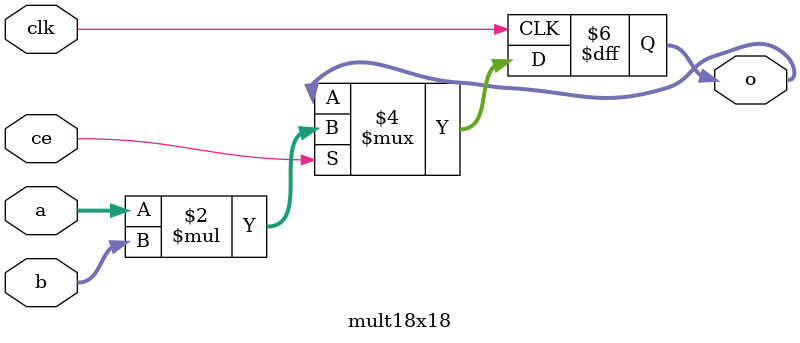
<source format=sv>

module mult18x18(clk, ce, a, b, o);
input clk;
input ce;
input [17:0] a;
input [17:0] b;
output reg [35:0] o ='d0;

always @(posedge clk)
  if (ce) o <= a * b;
  
endmodule

</source>
